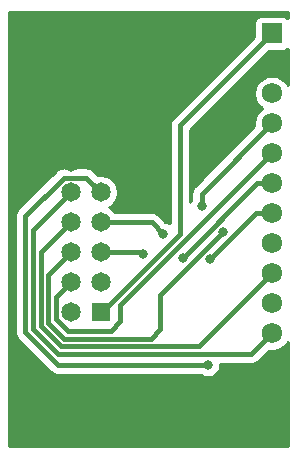
<source format=gbr>
G04 #@! TF.GenerationSoftware,KiCad,Pcbnew,(5.1.6)-1*
G04 #@! TF.CreationDate,2021-02-20T14:32:47+01:00*
G04 #@! TF.ProjectId,IDCbreakout,49444362-7265-4616-9b6f-75742e6b6963,rev?*
G04 #@! TF.SameCoordinates,Original*
G04 #@! TF.FileFunction,Copper,L2,Bot*
G04 #@! TF.FilePolarity,Positive*
%FSLAX46Y46*%
G04 Gerber Fmt 4.6, Leading zero omitted, Abs format (unit mm)*
G04 Created by KiCad (PCBNEW (5.1.6)-1) date 2021-02-20 14:32:47*
%MOMM*%
%LPD*%
G01*
G04 APERTURE LIST*
G04 #@! TA.AperFunction,ComponentPad*
%ADD10C,1.725000*%
G04 #@! TD*
G04 #@! TA.AperFunction,ComponentPad*
%ADD11R,1.725000X1.725000*%
G04 #@! TD*
G04 #@! TA.AperFunction,ComponentPad*
%ADD12C,1.650000*%
G04 #@! TD*
G04 #@! TA.AperFunction,ComponentPad*
%ADD13R,1.650000X1.650000*%
G04 #@! TD*
G04 #@! TA.AperFunction,ViaPad*
%ADD14C,0.800000*%
G04 #@! TD*
G04 #@! TA.AperFunction,Conductor*
%ADD15C,0.450000*%
G04 #@! TD*
G04 #@! TA.AperFunction,Conductor*
%ADD16C,0.254000*%
G04 #@! TD*
G04 APERTURE END LIST*
D10*
G04 #@! TO.P,J2,14*
G04 #@! TO.N,GND*
X122980000Y-130530000D03*
G04 #@! TO.P,J2,13*
X122980000Y-127990000D03*
G04 #@! TO.P,J2,12*
X122980000Y-125450000D03*
G04 #@! TO.P,J2,11*
G04 #@! TO.N,TX2*
X122980000Y-122910000D03*
G04 #@! TO.P,J2,10*
G04 #@! TO.N,RX2*
X122980000Y-120370000D03*
G04 #@! TO.P,J2,9*
G04 #@! TO.N,TX1*
X122980000Y-117830000D03*
G04 #@! TO.P,J2,8*
G04 #@! TO.N,RX1*
X122980000Y-115290000D03*
G04 #@! TO.P,J2,7*
G04 #@! TO.N,1.8v*
X122980000Y-112750000D03*
G04 #@! TO.P,J2,6*
G04 #@! TO.N,SWDIO*
X122980000Y-110210000D03*
G04 #@! TO.P,J2,5*
G04 #@! TO.N,SWDCLK*
X122980000Y-107670000D03*
G04 #@! TO.P,J2,4*
G04 #@! TO.N,SWO*
X122980000Y-105130000D03*
G04 #@! TO.P,J2,3*
G04 #@! TO.N,RESET*
X122980000Y-102590000D03*
G04 #@! TO.P,J2,2*
G04 #@! TO.N,GND*
X122980000Y-100050000D03*
D11*
G04 #@! TO.P,J2,1*
G04 #@! TO.N,VCC*
X122980000Y-97510000D03*
G04 #@! TD*
D12*
G04 #@! TO.P,J1,14*
G04 #@! TO.N,GND*
X105950000Y-105880000D03*
G04 #@! TO.P,J1,13*
X108490000Y-105880000D03*
G04 #@! TO.P,J1,12*
X105950000Y-108420000D03*
G04 #@! TO.P,J1,11*
X108490000Y-108420000D03*
G04 #@! TO.P,J1,10*
G04 #@! TO.N,TX2*
X105950000Y-110960000D03*
G04 #@! TO.P,J1,9*
G04 #@! TO.N,RX2*
X108490000Y-110960000D03*
G04 #@! TO.P,J1,8*
G04 #@! TO.N,TX1*
X105950000Y-113500000D03*
G04 #@! TO.P,J1,7*
G04 #@! TO.N,RX1*
X108490000Y-113500000D03*
G04 #@! TO.P,J1,6*
G04 #@! TO.N,SWO*
X105950000Y-116040000D03*
G04 #@! TO.P,J1,5*
G04 #@! TO.N,SWDIO*
X108490000Y-116040000D03*
G04 #@! TO.P,J1,4*
G04 #@! TO.N,SWDCLK*
X105950000Y-118580000D03*
G04 #@! TO.P,J1,3*
G04 #@! TO.N,RESET*
X108490000Y-118580000D03*
G04 #@! TO.P,J1,2*
G04 #@! TO.N,1.8v*
X105950000Y-121120000D03*
D13*
G04 #@! TO.P,J1,1*
G04 #@! TO.N,VCC*
X108490000Y-121120000D03*
G04 #@! TD*
D14*
G04 #@! TO.N,RX2*
X117570000Y-125570000D03*
G04 #@! TO.N,RX1*
X113768364Y-114468364D03*
G04 #@! TO.N,SWO*
X117030000Y-112110000D03*
X118869163Y-114354109D03*
G04 #@! TO.N,SWDIO*
X112060000Y-116220000D03*
X115460000Y-116510000D03*
G04 #@! TO.N,1.8v*
X117750000Y-116640000D03*
G04 #@! TD*
D15*
G04 #@! TO.N,TX2*
X121239970Y-124650030D02*
X122980000Y-122910000D01*
X102749969Y-122527727D02*
X104872272Y-124650030D01*
X102749969Y-114160031D02*
X102749969Y-122527727D01*
X104872272Y-124650030D02*
X121239970Y-124650030D01*
X105950000Y-110960000D02*
X102749969Y-114160031D01*
G04 #@! TO.N,RX2*
X102099959Y-122796969D02*
X104872990Y-125570000D01*
X108490000Y-110960000D02*
X107239999Y-109709999D01*
X107239999Y-109709999D02*
X105349999Y-109709999D01*
X105349999Y-109709999D02*
X102099959Y-112960039D01*
X104872990Y-125570000D02*
X117570000Y-125570000D01*
X102099959Y-112960039D02*
X102099959Y-122796969D01*
G04 #@! TO.N,TX1*
X122980000Y-117830000D02*
X116809980Y-124000020D01*
X103399979Y-116050021D02*
X105950000Y-113500000D01*
X105141514Y-124000020D02*
X103399979Y-122258485D01*
X103399979Y-122258485D02*
X103399979Y-116050021D01*
X116809980Y-124000020D02*
X105141514Y-124000020D01*
G04 #@! TO.N,RX1*
X108490000Y-113500000D02*
X112800000Y-113500000D01*
X112800000Y-113500000D02*
X113768364Y-114468364D01*
G04 #@! TO.N,SWO*
X104049989Y-121989243D02*
X105410756Y-123350010D01*
X105950000Y-116040000D02*
X104049989Y-117940011D01*
X105410756Y-123350010D02*
X112719990Y-123350010D01*
X104049989Y-117940011D02*
X104049989Y-121989243D01*
X122980000Y-105130000D02*
X117030000Y-111080000D01*
X117030000Y-111080000D02*
X117030000Y-112110000D01*
X118869163Y-114354109D02*
X113530000Y-119693272D01*
X113530000Y-122540000D02*
X112719990Y-123350010D01*
X113530000Y-119693272D02*
X113530000Y-122540000D01*
G04 #@! TO.N,SWDIO*
X108490000Y-116040000D02*
X111880000Y-116040000D01*
X111880000Y-116040000D02*
X112060000Y-116220000D01*
X121760000Y-110210000D02*
X122980000Y-110210000D01*
X115460000Y-116510000D02*
X121760000Y-110210000D01*
G04 #@! TO.N,SWDCLK*
X122980000Y-107670000D02*
X110135000Y-120515000D01*
X104699999Y-119830001D02*
X105950000Y-118580000D01*
X110135000Y-121890002D02*
X109325002Y-122700000D01*
X110135000Y-120515000D02*
X110135000Y-121890002D01*
X109325002Y-122700000D02*
X105679998Y-122700000D01*
X105679998Y-122700000D02*
X104699999Y-121720001D01*
X104699999Y-121720001D02*
X104699999Y-119830001D01*
G04 #@! TO.N,RESET*
X108490000Y-118580000D02*
X108400000Y-118580000D01*
G04 #@! TO.N,1.8v*
X121640000Y-112750000D02*
X122980000Y-112750000D01*
X117750000Y-116640000D02*
X121640000Y-112750000D01*
G04 #@! TO.N,VCC*
X109740001Y-119869999D02*
X109770001Y-119869999D01*
X108490000Y-121120000D02*
X109740001Y-119869999D01*
X109770001Y-119869999D02*
X115190000Y-114450000D01*
X115190000Y-105300000D02*
X122980000Y-97510000D01*
X115190000Y-114450000D02*
X115190000Y-105300000D01*
G04 #@! TD*
D16*
G04 #@! TO.N,GND*
G36*
X124315000Y-96222288D02*
G01*
X124293685Y-96196315D01*
X124196994Y-96116963D01*
X124086680Y-96057998D01*
X123966982Y-96021688D01*
X123842500Y-96009428D01*
X122117500Y-96009428D01*
X121993018Y-96021688D01*
X121873320Y-96057998D01*
X121763006Y-96116963D01*
X121666315Y-96196315D01*
X121586963Y-96293006D01*
X121527998Y-96403320D01*
X121491688Y-96523018D01*
X121479428Y-96647500D01*
X121479428Y-97794348D01*
X114611760Y-104662017D01*
X114578947Y-104688946D01*
X114552018Y-104721759D01*
X114552016Y-104721761D01*
X114471477Y-104819898D01*
X114391620Y-104969300D01*
X114342444Y-105131411D01*
X114325840Y-105300000D01*
X114330001Y-105342249D01*
X114330000Y-113598854D01*
X114258620Y-113551159D01*
X114070262Y-113473138D01*
X113969274Y-113453050D01*
X113437988Y-112921765D01*
X113411054Y-112888946D01*
X113280102Y-112781476D01*
X113130700Y-112701619D01*
X112968589Y-112652444D01*
X112842246Y-112640000D01*
X112842239Y-112640000D01*
X112800000Y-112635840D01*
X112757761Y-112640000D01*
X109671293Y-112640000D01*
X109624056Y-112569304D01*
X109420696Y-112365944D01*
X109217241Y-112230000D01*
X109420696Y-112094056D01*
X109624056Y-111890696D01*
X109783835Y-111651569D01*
X109893893Y-111385866D01*
X109950000Y-111103797D01*
X109950000Y-110816203D01*
X109893893Y-110534134D01*
X109783835Y-110268431D01*
X109624056Y-110029304D01*
X109420696Y-109825944D01*
X109181569Y-109666165D01*
X108915866Y-109556107D01*
X108633797Y-109500000D01*
X108346203Y-109500000D01*
X108262811Y-109516588D01*
X107877987Y-109131764D01*
X107851053Y-109098945D01*
X107720101Y-108991475D01*
X107570699Y-108911618D01*
X107408588Y-108862443D01*
X107282245Y-108849999D01*
X107282238Y-108849999D01*
X107239999Y-108845839D01*
X107197760Y-108849999D01*
X105392245Y-108849999D01*
X105349999Y-108845838D01*
X105181409Y-108862443D01*
X105019298Y-108911618D01*
X104967258Y-108939435D01*
X104869897Y-108991475D01*
X104738945Y-109098945D01*
X104712016Y-109131758D01*
X101521724Y-112322051D01*
X101488905Y-112348985D01*
X101381435Y-112479938D01*
X101301578Y-112629340D01*
X101273757Y-112721054D01*
X101255429Y-112781477D01*
X101252403Y-112791451D01*
X101239959Y-112917794D01*
X101239959Y-112917800D01*
X101235799Y-112960039D01*
X101239959Y-113002278D01*
X101239960Y-122754720D01*
X101235799Y-122796969D01*
X101252403Y-122965558D01*
X101295018Y-123106041D01*
X101301579Y-123127669D01*
X101381436Y-123277071D01*
X101488906Y-123408023D01*
X101521719Y-123434952D01*
X104235007Y-126148241D01*
X104261936Y-126181054D01*
X104392888Y-126288524D01*
X104542290Y-126368381D01*
X104655225Y-126402639D01*
X104704400Y-126417556D01*
X104721548Y-126419245D01*
X104830744Y-126430000D01*
X104830750Y-126430000D01*
X104872989Y-126434160D01*
X104915228Y-126430000D01*
X116994130Y-126430000D01*
X117079744Y-126487205D01*
X117268102Y-126565226D01*
X117468061Y-126605000D01*
X117671939Y-126605000D01*
X117871898Y-126565226D01*
X118060256Y-126487205D01*
X118229774Y-126373937D01*
X118373937Y-126229774D01*
X118487205Y-126060256D01*
X118565226Y-125871898D01*
X118605000Y-125671939D01*
X118605000Y-125510030D01*
X121197731Y-125510030D01*
X121239970Y-125514190D01*
X121282209Y-125510030D01*
X121282216Y-125510030D01*
X121408559Y-125497586D01*
X121570670Y-125448411D01*
X121720072Y-125368554D01*
X121851024Y-125261084D01*
X121877958Y-125228265D01*
X122720920Y-124385304D01*
X122832509Y-124407500D01*
X123127491Y-124407500D01*
X123416805Y-124349952D01*
X123689332Y-124237067D01*
X123934601Y-124073184D01*
X124143184Y-123864601D01*
X124307067Y-123619332D01*
X124315001Y-123600178D01*
X124315001Y-132405000D01*
X100685000Y-132405000D01*
X100685000Y-95685000D01*
X124315000Y-95685000D01*
X124315000Y-96222288D01*
G37*
X124315000Y-96222288D02*
X124293685Y-96196315D01*
X124196994Y-96116963D01*
X124086680Y-96057998D01*
X123966982Y-96021688D01*
X123842500Y-96009428D01*
X122117500Y-96009428D01*
X121993018Y-96021688D01*
X121873320Y-96057998D01*
X121763006Y-96116963D01*
X121666315Y-96196315D01*
X121586963Y-96293006D01*
X121527998Y-96403320D01*
X121491688Y-96523018D01*
X121479428Y-96647500D01*
X121479428Y-97794348D01*
X114611760Y-104662017D01*
X114578947Y-104688946D01*
X114552018Y-104721759D01*
X114552016Y-104721761D01*
X114471477Y-104819898D01*
X114391620Y-104969300D01*
X114342444Y-105131411D01*
X114325840Y-105300000D01*
X114330001Y-105342249D01*
X114330000Y-113598854D01*
X114258620Y-113551159D01*
X114070262Y-113473138D01*
X113969274Y-113453050D01*
X113437988Y-112921765D01*
X113411054Y-112888946D01*
X113280102Y-112781476D01*
X113130700Y-112701619D01*
X112968589Y-112652444D01*
X112842246Y-112640000D01*
X112842239Y-112640000D01*
X112800000Y-112635840D01*
X112757761Y-112640000D01*
X109671293Y-112640000D01*
X109624056Y-112569304D01*
X109420696Y-112365944D01*
X109217241Y-112230000D01*
X109420696Y-112094056D01*
X109624056Y-111890696D01*
X109783835Y-111651569D01*
X109893893Y-111385866D01*
X109950000Y-111103797D01*
X109950000Y-110816203D01*
X109893893Y-110534134D01*
X109783835Y-110268431D01*
X109624056Y-110029304D01*
X109420696Y-109825944D01*
X109181569Y-109666165D01*
X108915866Y-109556107D01*
X108633797Y-109500000D01*
X108346203Y-109500000D01*
X108262811Y-109516588D01*
X107877987Y-109131764D01*
X107851053Y-109098945D01*
X107720101Y-108991475D01*
X107570699Y-108911618D01*
X107408588Y-108862443D01*
X107282245Y-108849999D01*
X107282238Y-108849999D01*
X107239999Y-108845839D01*
X107197760Y-108849999D01*
X105392245Y-108849999D01*
X105349999Y-108845838D01*
X105181409Y-108862443D01*
X105019298Y-108911618D01*
X104967258Y-108939435D01*
X104869897Y-108991475D01*
X104738945Y-109098945D01*
X104712016Y-109131758D01*
X101521724Y-112322051D01*
X101488905Y-112348985D01*
X101381435Y-112479938D01*
X101301578Y-112629340D01*
X101273757Y-112721054D01*
X101255429Y-112781477D01*
X101252403Y-112791451D01*
X101239959Y-112917794D01*
X101239959Y-112917800D01*
X101235799Y-112960039D01*
X101239959Y-113002278D01*
X101239960Y-122754720D01*
X101235799Y-122796969D01*
X101252403Y-122965558D01*
X101295018Y-123106041D01*
X101301579Y-123127669D01*
X101381436Y-123277071D01*
X101488906Y-123408023D01*
X101521719Y-123434952D01*
X104235007Y-126148241D01*
X104261936Y-126181054D01*
X104392888Y-126288524D01*
X104542290Y-126368381D01*
X104655225Y-126402639D01*
X104704400Y-126417556D01*
X104721548Y-126419245D01*
X104830744Y-126430000D01*
X104830750Y-126430000D01*
X104872989Y-126434160D01*
X104915228Y-126430000D01*
X116994130Y-126430000D01*
X117079744Y-126487205D01*
X117268102Y-126565226D01*
X117468061Y-126605000D01*
X117671939Y-126605000D01*
X117871898Y-126565226D01*
X118060256Y-126487205D01*
X118229774Y-126373937D01*
X118373937Y-126229774D01*
X118487205Y-126060256D01*
X118565226Y-125871898D01*
X118605000Y-125671939D01*
X118605000Y-125510030D01*
X121197731Y-125510030D01*
X121239970Y-125514190D01*
X121282209Y-125510030D01*
X121282216Y-125510030D01*
X121408559Y-125497586D01*
X121570670Y-125448411D01*
X121720072Y-125368554D01*
X121851024Y-125261084D01*
X121877958Y-125228265D01*
X122720920Y-124385304D01*
X122832509Y-124407500D01*
X123127491Y-124407500D01*
X123416805Y-124349952D01*
X123689332Y-124237067D01*
X123934601Y-124073184D01*
X124143184Y-123864601D01*
X124307067Y-123619332D01*
X124315001Y-123600178D01*
X124315001Y-132405000D01*
X100685000Y-132405000D01*
X100685000Y-95685000D01*
X124315000Y-95685000D01*
X124315000Y-96222288D01*
G36*
X124315000Y-101899820D02*
G01*
X124307067Y-101880668D01*
X124143184Y-101635399D01*
X123934601Y-101426816D01*
X123689332Y-101262933D01*
X123416805Y-101150048D01*
X123127491Y-101092500D01*
X122832509Y-101092500D01*
X122543195Y-101150048D01*
X122270668Y-101262933D01*
X122025399Y-101426816D01*
X121816816Y-101635399D01*
X121652933Y-101880668D01*
X121540048Y-102153195D01*
X121482500Y-102442509D01*
X121482500Y-102737491D01*
X121540048Y-103026805D01*
X121652933Y-103299332D01*
X121816816Y-103544601D01*
X122025399Y-103753184D01*
X122185261Y-103860000D01*
X122025399Y-103966816D01*
X121816816Y-104175399D01*
X121652933Y-104420668D01*
X121540048Y-104693195D01*
X121482500Y-104982509D01*
X121482500Y-105277491D01*
X121504696Y-105389080D01*
X116451765Y-110442012D01*
X116418946Y-110468946D01*
X116311476Y-110599899D01*
X116231619Y-110749301D01*
X116182444Y-110911412D01*
X116170000Y-111037755D01*
X116170000Y-111037761D01*
X116165840Y-111080000D01*
X116170000Y-111122239D01*
X116170000Y-111534130D01*
X116112795Y-111619744D01*
X116050000Y-111771343D01*
X116050000Y-105656223D01*
X122695652Y-99010572D01*
X123842500Y-99010572D01*
X123966982Y-98998312D01*
X124086680Y-98962002D01*
X124196994Y-98903037D01*
X124293685Y-98823685D01*
X124315000Y-98797712D01*
X124315000Y-101899820D01*
G37*
X124315000Y-101899820D02*
X124307067Y-101880668D01*
X124143184Y-101635399D01*
X123934601Y-101426816D01*
X123689332Y-101262933D01*
X123416805Y-101150048D01*
X123127491Y-101092500D01*
X122832509Y-101092500D01*
X122543195Y-101150048D01*
X122270668Y-101262933D01*
X122025399Y-101426816D01*
X121816816Y-101635399D01*
X121652933Y-101880668D01*
X121540048Y-102153195D01*
X121482500Y-102442509D01*
X121482500Y-102737491D01*
X121540048Y-103026805D01*
X121652933Y-103299332D01*
X121816816Y-103544601D01*
X122025399Y-103753184D01*
X122185261Y-103860000D01*
X122025399Y-103966816D01*
X121816816Y-104175399D01*
X121652933Y-104420668D01*
X121540048Y-104693195D01*
X121482500Y-104982509D01*
X121482500Y-105277491D01*
X121504696Y-105389080D01*
X116451765Y-110442012D01*
X116418946Y-110468946D01*
X116311476Y-110599899D01*
X116231619Y-110749301D01*
X116182444Y-110911412D01*
X116170000Y-111037755D01*
X116170000Y-111037761D01*
X116165840Y-111080000D01*
X116170000Y-111122239D01*
X116170000Y-111534130D01*
X116112795Y-111619744D01*
X116050000Y-111771343D01*
X116050000Y-105656223D01*
X122695652Y-99010572D01*
X123842500Y-99010572D01*
X123966982Y-98998312D01*
X124086680Y-98962002D01*
X124196994Y-98903037D01*
X124293685Y-98823685D01*
X124315000Y-98797712D01*
X124315000Y-101899820D01*
G04 #@! TD*
M02*

</source>
